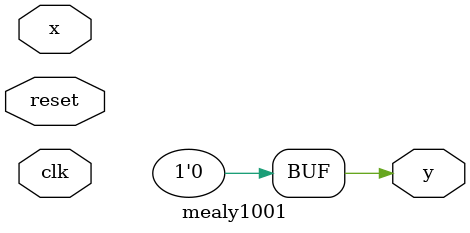
<source format=v>


`define found 1 
`define notfound 0 


 
// FSM by Mealy 
module mealy1001 ( y, x, clk, reset ); 
output y; 
input x; 
input clk; 
input reset; 
reg y; 
parameter // state identifiers 
start = 2'b00, 
id1 = 2'b01, 
id10 = 2'b10, 
id100 = 2'b10; 
reg [1:0] E1; // current state variables 
reg [1:0] E2; // next state logic output 
// next state logic 
always @( x or E1 ) 
begin 
y = `notfound; 
case ( E1 ) 
start: 
if ( x ) 
E2 = id1; 
else 
E2 = start; 
id1: 
if ( x ) 
E2 = id1; 
else 
E2 = id10; 
id10: 
if ( x ) 
E2 = id10; 
else 
E2 = id100; 
id100: 
if ( x ) 
begin 
E2 = id1; 
y = `found; 
end 
else 
begin 
E2 = start; 
y = `notfound; 
end 
default: // undefined state 
E2 = 2'bxx; 
endcase 
end // always at signal or state changing 
// state variables 
always @( posedge clk or negedge reset ) 
begin 
if ( reset ) 
E1 = E2; // updates current state 
else 
E1 = 0; // reset 
end // always at signal changing 
endmodule
</source>
